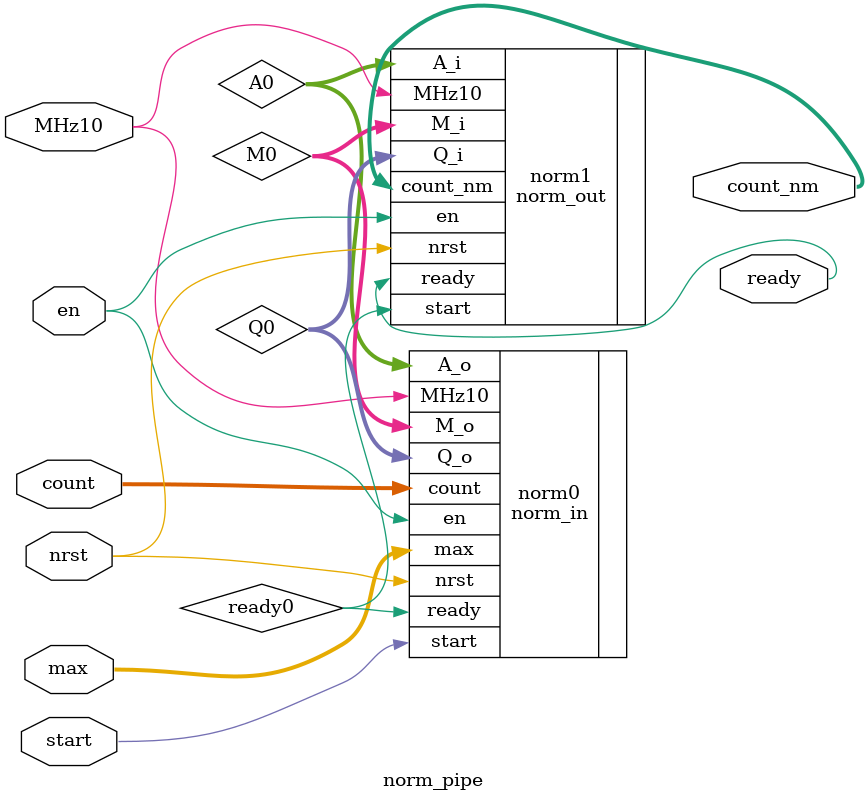
<source format=v>
module norm_pipe (
	MHz10,
	nrst,
	en,
	start,
	count,
	max,
	count_nm,
	ready
);
	parameter S = 8;
	parameter D = 8;
	input wire MHz10;
	input wire nrst;
	input wire en;
	input wire start;
	input wire [19:0] count;
	input wire [19:0] max;
	output wire [7:0] count_nm;
	output wire ready;
	wire [S + 7:0] A0;
	wire [S + 7:0] Q0;
	wire [S + 7:0] M0;
	wire ready0;
	norm_in #(
		.S(S),
		.D(D)
	) norm0(
		.MHz10(MHz10),
		.nrst(nrst),
		.en(en),
		.start(start),
		.count(count),
		.max(max),
		.A_o(A0),
		.Q_o(Q0),
		.M_o(M0),
		.ready(ready0)
	);
	norm_out #(
		.S(S),
		.D(D)
	) norm1(
		.MHz10(MHz10),
		.nrst(nrst),
		.en(en),
		.start(ready0),
		.A_i(A0),
		.Q_i(Q0),
		.M_i(M0),
		.count_nm(count_nm),
		.ready(ready)
	);
endmodule

</source>
